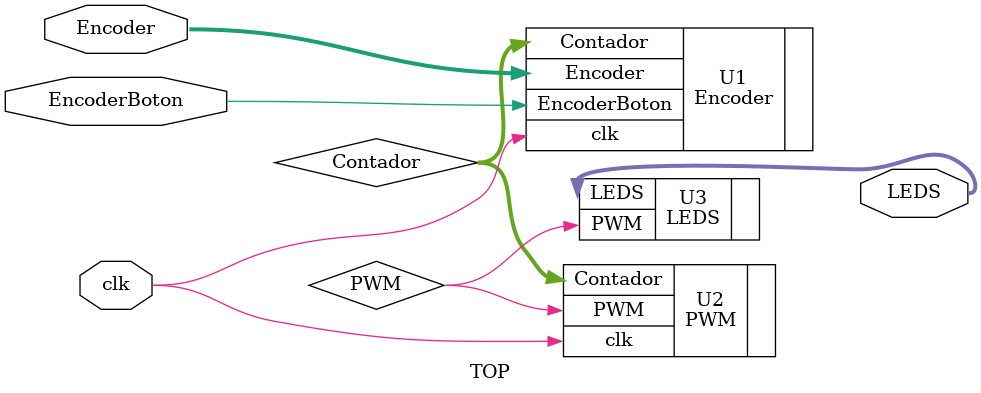
<source format=v>
module TOP(
    input clk,
    input [1:0] Encoder,
    input EncoderBoton,
    output [23:0] LEDS
    );

wire [18:0] Contador;
wire PWM;

//Encoder y aumento o decremento del contador
Encoder U1
(
 .clk(clk),
 .Encoder(Encoder),
 .EncoderBoton(EncoderBoton),
 .Contador(Contador)
);

//Generador de senal PWM
PWM U2
(
 .clk(clk),
 .Contador(Contador),
 .PWM(PWM)
);

//Asignacion de senal PWM a los LEDS
LEDS U3
(
 .PWM(PWM),
 .LEDS(LEDS)
);

endmodule

</source>
